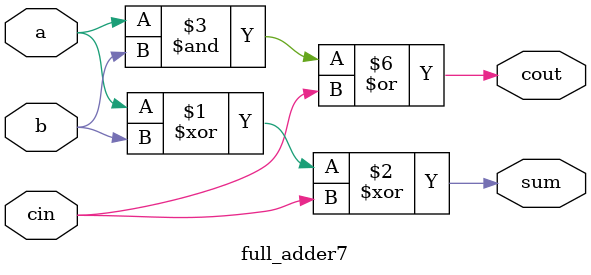
<source format=v>
module full_adder7(a,b,cin,sum,cout);
input a,b,cin;
output sum,cout;
assign sum = a^b^cin;
assign cout = a&b|cin&(1'b1|b); 
// initial begin
//     $display("The incorrect adder with or0 having in1/1");
// end   
endmodule
</source>
